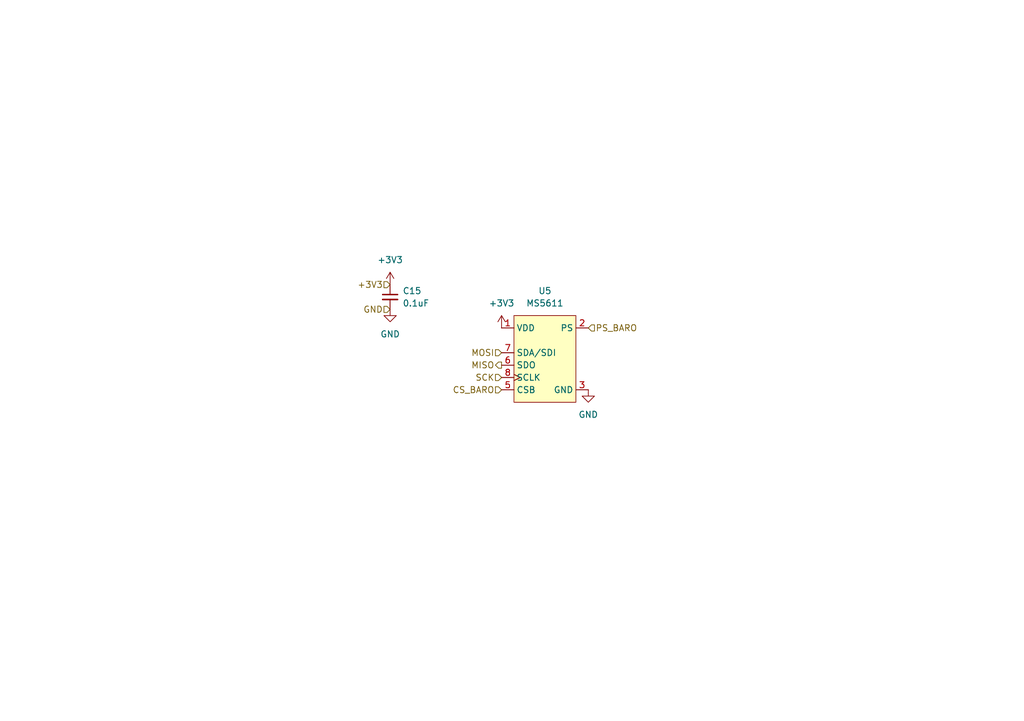
<source format=kicad_sch>
(kicad_sch (version 20250114) (generator "eeschema") (generator_version "9.0")
  (paper "A5")
  (title_block (title "Barometer") (company "UCSC Rocket Team") (comment 1 "Hunter Sanjabi"))
  (lib_symbols
    (symbol "Avionics_Symbols:MS5611"
      (property "Reference" "U" (at -5.842 9.906 0))
      (property "Value" "MS5611" (at 2.032 10.668 0))
      (symbol "MS5611_0_0"
        (pin input line (at -8.89 1.27 0) (length 2.54) (name "SDA/SDI") (number "7"))
      )
      (symbol "MS5611_0_1"
        (rectangle (start -6.35 8.89) (end 6.35 -8.89) (fill (type background)))
      )
      (symbol "MS5611_1_0"
        (pin power_in line (at -8.89 6.35 0) (length 2.54) (name "VDD") (number "1"))
        (pin input line (at -8.89 -1.27 0) (length 2.54) (name "SDO") (number "6"))
        (pin input clock (at -8.89 -3.81 0) (length 2.54) (name "SCLK") (number "8"))
        (pin input line (at -8.89 -6.35 0) (length 2.54) (hide yes) (name "CSB") (number "4"))
        (pin input line (at -8.89 -6.35 0) (length 2.54) (name "CSB") (number "5"))
        (pin input line (at 8.89 6.35 180) (length 2.54) (name "PS") (number "2"))
        (pin power_in line (at 8.89 -6.35 180) (length 2.54) (name "GND") (number "3"))
      )
    )
    (symbol "Device:C_Small" (pin_numbers (hide yes)) (pin_names (offset 0.254) (hide yes))
      (property "Reference" "C" (at 0.254 1.778 0))
      (property "Value" "C_Small" (at 0.254 -2.032 0))
      (symbol "C_Small_0_1"
        (polyline (pts (xy -1.524 0.508) (xy 1.524 0.508)) (stroke (width 0.3048)))
        (polyline (pts (xy -1.524 -0.508) (xy 1.524 -0.508)) (stroke (width 0.3302)))
      )
      (symbol "C_Small_1_1"
        (pin passive line (at 0 2.54 270) (length 2.032) (name "~") (number "1"))
        (pin passive line (at 0 -2.54 90) (length 2.032) (name "~") (number "2"))
      )
    )
    (symbol "power:+3V3" (power) (pin_numbers (hide yes)) (pin_names (offset 0) (hide yes))
      (property "Value" "+3V3" (at 0 3.556 0))
      (symbol "+3V3_0_1"
        (polyline (pts (xy -0.762 1.27) (xy 0 2.54)))
        (polyline (pts (xy 0 2.54) (xy 0.762 1.27)))
        (polyline (pts (xy 0 0) (xy 0 2.54)))
      )
      (symbol "+3V3_1_1"
        (pin power_in line (at 0 0 90) (length 0) (name "~") (number "1"))
      )
    )
    (symbol "power:GND" (power) (pin_numbers (hide yes)) (pin_names (offset 0) (hide yes))
      (property "Value" "GND" (at 0 -3.81 0))
      (symbol "GND_0_1"
        (polyline (pts (xy 0 0) (xy 0 -1.27) (xy 1.27 -1.27) (xy 0 -2.54) (xy -1.27 -1.27) (xy 0 -1.27)))
      )
      (symbol "GND_1_1"
        (pin power_in line (at 0 0 270) (length 0) (name "~") (number "1"))
      )
    )
  )
  (hierarchical_label "SCK" (shape input) (at 102.87 77.47 180))
  (hierarchical_label "MISO" (shape output) (at 102.87 74.93 180))
  (hierarchical_label "CS_BARO" (shape input) (at 102.87 80.01 180))
  (hierarchical_label "+3V3" (shape input) (at 80.01 58.42 180))
  (hierarchical_label "PS_BARO" (shape input) (at 120.65 67.31 0))
  (hierarchical_label "MOSI" (shape input) (at 102.87 72.39 180))
  (hierarchical_label "GND" (shape input) (at 80.01 63.5 180))
  (symbol (lib_id "Device:C_Small") (at 80.01 60.96 0) (unit 1)
    (property "Reference" "C15" (at 82.55 59.6962 0) (effects (justify left)))
    (property "Value" "0.1uF" (at 82.55 62.2362 0) (effects (justify left)))
    (property "Description" "Unpolarized capacitor, small symbol" (effects (hide yes)))
  )
  (symbol (lib_id "power:+3V3") (at 80.01 58.42 0) (unit 1)
    (property "Reference" "#PWR064" (effects (hide yes)))
    (property "Value" "+3V3" (at 80.01 53.34 0))
    (property "Description" "Power symbol creates a global label with name \"+3V3\"" (effects (hide yes)))
  )
  (symbol (lib_id "power:GND") (at 120.65 80.01 0) (unit 1)
    (property "Reference" "#PWR067" (effects (hide yes)))
    (property "Value" "GND" (at 120.65 85.09 0))
    (property "Description" "Power symbol creates a global label with name \"GND\" , ground" (effects (hide yes)))
  )
  (symbol (lib_id "Avionics_Symbols:MS5611") (at 111.76 73.66 0) (unit 1)
    (property "Reference" "U5" (at 111.76 59.69 0))
    (property "Value" "MS5611" (at 111.76 62.23 0))
  )
  (symbol (lib_id "power:GND") (at 80.01 63.5 0) (unit 1)
    (property "Reference" "#PWR065" (effects (hide yes)))
    (property "Value" "GND" (at 80.01 68.58 0))
    (property "Description" "Power symbol creates a global label with name \"GND\" , ground" (effects (hide yes)))
  )
  (symbol (lib_id "power:+3V3") (at 102.87 67.31 0) (unit 1)
    (property "Reference" "#PWR066" (effects (hide yes)))
    (property "Value" "+3V3" (at 102.87 62.23 0))
    (property "Description" "Power symbol creates a global label with name \"+3V3\"" (effects (hide yes)))
  )
)
</source>
